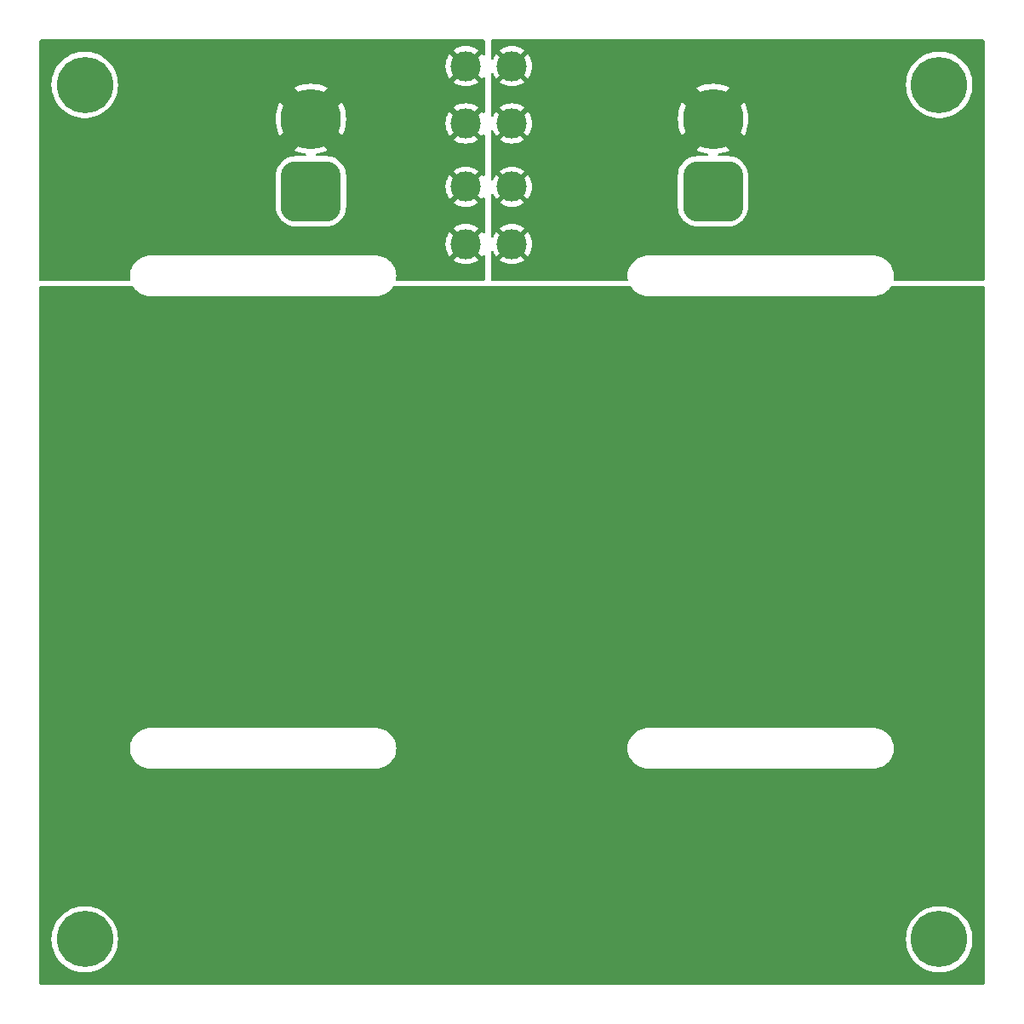
<source format=gtl>
%TF.GenerationSoftware,KiCad,Pcbnew,7.0.8*%
%TF.CreationDate,2024-01-29T21:48:56+01:00*%
%TF.ProjectId,cube-batteryboard,63756265-2d62-4617-9474-657279626f61,rev?*%
%TF.SameCoordinates,Original*%
%TF.FileFunction,Copper,L1,Top*%
%TF.FilePolarity,Positive*%
%FSLAX46Y46*%
G04 Gerber Fmt 4.6, Leading zero omitted, Abs format (unit mm)*
G04 Created by KiCad (PCBNEW 7.0.8) date 2024-01-29 21:48:56*
%MOMM*%
%LPD*%
G01*
G04 APERTURE LIST*
G04 Aperture macros list*
%AMRoundRect*
0 Rectangle with rounded corners*
0 $1 Rounding radius*
0 $2 $3 $4 $5 $6 $7 $8 $9 X,Y pos of 4 corners*
0 Add a 4 corners polygon primitive as box body*
4,1,4,$2,$3,$4,$5,$6,$7,$8,$9,$2,$3,0*
0 Add four circle primitives for the rounded corners*
1,1,$1+$1,$2,$3*
1,1,$1+$1,$4,$5*
1,1,$1+$1,$6,$7*
1,1,$1+$1,$8,$9*
0 Add four rect primitives between the rounded corners*
20,1,$1+$1,$2,$3,$4,$5,0*
20,1,$1+$1,$4,$5,$6,$7,0*
20,1,$1+$1,$6,$7,$8,$9,0*
20,1,$1+$1,$8,$9,$2,$3,0*%
G04 Aperture macros list end*
%TA.AperFunction,ComponentPad*%
%ADD10C,5.600000*%
%TD*%
%TA.AperFunction,ComponentPad*%
%ADD11RoundRect,1.500000X1.500000X-1.500000X1.500000X1.500000X-1.500000X1.500000X-1.500000X-1.500000X0*%
%TD*%
%TA.AperFunction,ComponentPad*%
%ADD12C,6.000000*%
%TD*%
%TA.AperFunction,ComponentPad*%
%ADD13C,3.000000*%
%TD*%
G04 APERTURE END LIST*
D10*
%TO.P,H2,1*%
%TO.N,N/C*%
X110000000Y-25000000D03*
%TD*%
%TO.P,H1,1*%
%TO.N,N/C*%
X25000000Y-25000000D03*
%TD*%
%TO.P,H3,1*%
%TO.N,N/C*%
X25000000Y-110000000D03*
%TD*%
%TO.P,H4,1*%
%TO.N,N/C*%
X110000000Y-110000000D03*
%TD*%
D11*
%TO.P,J2,1,Pin_1*%
%TO.N,unconnected-(J2-Pin_1-Pad1)*%
X47500000Y-35600000D03*
D12*
%TO.P,J2,2,Pin_2*%
%TO.N,/PWR_OUT*%
X47500000Y-28400000D03*
%TD*%
D13*
%TO.P,SW1,1,1*%
%TO.N,/PWR_OUT*%
X62900000Y-28850000D03*
%TO.P,SW1,2,2*%
%TO.N,/PWR_IN*%
X67500000Y-28850000D03*
%TO.P,SW1,3,3*%
%TO.N,/PWR_OUT*%
X62900000Y-23150000D03*
%TO.P,SW1,4,4*%
%TO.N,/PWR_IN*%
X67500000Y-23150000D03*
%TD*%
D11*
%TO.P,J1,1,Pin_1*%
%TO.N,GND*%
X87500000Y-35600000D03*
D12*
%TO.P,J1,2,Pin_2*%
%TO.N,/PWR_IN*%
X87500000Y-28400000D03*
%TD*%
D13*
%TO.P,SW2,1,1*%
%TO.N,/PWR_OUT*%
X62900000Y-40850000D03*
%TO.P,SW2,2,2*%
%TO.N,/PWR_IN*%
X67500000Y-40850000D03*
%TO.P,SW2,3,3*%
%TO.N,/PWR_OUT*%
X62900000Y-35150000D03*
%TO.P,SW2,4,4*%
%TO.N,/PWR_IN*%
X67500000Y-35150000D03*
%TD*%
%TA.AperFunction,Conductor*%
%TO.N,/PWR_IN*%
G36*
X114442539Y-20520185D02*
G01*
X114488294Y-20572989D01*
X114499500Y-20624500D01*
X114499500Y-44370500D01*
X114479815Y-44437539D01*
X114427011Y-44483294D01*
X114375500Y-44494500D01*
X105592895Y-44494500D01*
X105525856Y-44474815D01*
X105480101Y-44422011D01*
X105470157Y-44352853D01*
X105471489Y-44345272D01*
X105476458Y-44321356D01*
X105486499Y-44273038D01*
X105505175Y-44000000D01*
X105486499Y-43726962D01*
X105450658Y-43554485D01*
X105430821Y-43459020D01*
X105430816Y-43459004D01*
X105339170Y-43201139D01*
X105339171Y-43201139D01*
X105213259Y-42958141D01*
X105213255Y-42958135D01*
X105055439Y-42734560D01*
X104993170Y-42667887D01*
X104868638Y-42534546D01*
X104868636Y-42534545D01*
X104868634Y-42534542D01*
X104656341Y-42361829D01*
X104422509Y-42219633D01*
X104171493Y-42110602D01*
X103907970Y-42036766D01*
X103907966Y-42036765D01*
X103907965Y-42036765D01*
X103772401Y-42018132D01*
X103636839Y-41999500D01*
X103636838Y-41999500D01*
X103535799Y-41999500D01*
X81065892Y-41999500D01*
X81000000Y-41999500D01*
X80863162Y-41999500D01*
X80863161Y-41999500D01*
X80592035Y-42036765D01*
X80592029Y-42036766D01*
X80328506Y-42110602D01*
X80077490Y-42219633D01*
X79843658Y-42361829D01*
X79631365Y-42534542D01*
X79444560Y-42734560D01*
X79286744Y-42958135D01*
X79286740Y-42958141D01*
X79160829Y-43201139D01*
X79069183Y-43459004D01*
X79069178Y-43459020D01*
X79013501Y-43726959D01*
X79013500Y-43726961D01*
X78994825Y-44000000D01*
X79013500Y-44273038D01*
X79013501Y-44273040D01*
X79028511Y-44345272D01*
X79022878Y-44414914D01*
X78980488Y-44470455D01*
X78914799Y-44494261D01*
X78907105Y-44494500D01*
X65524000Y-44494500D01*
X65456961Y-44474815D01*
X65411206Y-44422011D01*
X65400000Y-44370500D01*
X65400000Y-41630014D01*
X65419685Y-41562975D01*
X65472489Y-41517220D01*
X65541647Y-41507276D01*
X65605203Y-41536301D01*
X65640182Y-41586681D01*
X65676089Y-41682953D01*
X65676091Y-41682957D01*
X65813191Y-41934038D01*
X65813196Y-41934046D01*
X65919882Y-42076561D01*
X65919883Y-42076562D01*
X66767258Y-41229187D01*
X66813130Y-41315710D01*
X66929302Y-41452478D01*
X67072160Y-41561076D01*
X67120234Y-41583317D01*
X66273436Y-42430115D01*
X66415960Y-42536807D01*
X66415961Y-42536808D01*
X66667042Y-42673908D01*
X66667041Y-42673908D01*
X66935104Y-42773890D01*
X67214637Y-42834699D01*
X67499999Y-42855109D01*
X67500001Y-42855109D01*
X67785362Y-42834699D01*
X68064895Y-42773890D01*
X68332958Y-42673908D01*
X68584047Y-42536803D01*
X68726561Y-42430116D01*
X68726562Y-42430115D01*
X67880393Y-41583945D01*
X68002213Y-41510650D01*
X68132492Y-41387243D01*
X68233196Y-41238716D01*
X68235781Y-41232228D01*
X69080115Y-42076562D01*
X69080116Y-42076561D01*
X69186803Y-41934047D01*
X69323908Y-41682958D01*
X69423890Y-41414895D01*
X69484699Y-41135362D01*
X69505109Y-40850001D01*
X69505109Y-40849998D01*
X69484699Y-40564637D01*
X69423890Y-40285104D01*
X69323908Y-40017041D01*
X69186808Y-39765961D01*
X69186807Y-39765960D01*
X69080115Y-39623436D01*
X68232740Y-40470811D01*
X68186870Y-40384290D01*
X68070698Y-40247522D01*
X67927840Y-40138924D01*
X67879764Y-40116681D01*
X68726562Y-39269883D01*
X68726561Y-39269882D01*
X68584046Y-39163196D01*
X68584038Y-39163191D01*
X68332957Y-39026091D01*
X68332958Y-39026091D01*
X68064895Y-38926109D01*
X67785362Y-38865300D01*
X67500001Y-38844891D01*
X67499999Y-38844891D01*
X67214637Y-38865300D01*
X66935104Y-38926109D01*
X66667041Y-39026091D01*
X66415961Y-39163191D01*
X66415953Y-39163196D01*
X66273437Y-39269882D01*
X66273436Y-39269883D01*
X67119607Y-40116053D01*
X66997787Y-40189350D01*
X66867508Y-40312757D01*
X66766804Y-40461284D01*
X66764218Y-40467771D01*
X65919883Y-39623436D01*
X65919882Y-39623437D01*
X65813196Y-39765953D01*
X65813191Y-39765961D01*
X65676091Y-40017042D01*
X65640182Y-40113319D01*
X65598310Y-40169252D01*
X65532846Y-40193669D01*
X65464573Y-40178817D01*
X65415168Y-40129412D01*
X65400000Y-40069985D01*
X65400000Y-35930014D01*
X65419685Y-35862975D01*
X65472489Y-35817220D01*
X65541647Y-35807276D01*
X65605203Y-35836301D01*
X65640182Y-35886681D01*
X65676089Y-35982953D01*
X65676091Y-35982957D01*
X65813191Y-36234038D01*
X65813196Y-36234046D01*
X65919882Y-36376561D01*
X65919883Y-36376562D01*
X66767258Y-35529187D01*
X66813130Y-35615710D01*
X66929302Y-35752478D01*
X67072160Y-35861076D01*
X67120234Y-35883317D01*
X66273436Y-36730115D01*
X66415960Y-36836807D01*
X66415961Y-36836808D01*
X66667042Y-36973908D01*
X66667041Y-36973908D01*
X66935104Y-37073890D01*
X67214637Y-37134699D01*
X67499999Y-37155109D01*
X67500001Y-37155109D01*
X67785362Y-37134699D01*
X68064895Y-37073890D01*
X68332958Y-36973908D01*
X68584047Y-36836803D01*
X68726561Y-36730116D01*
X68726562Y-36730115D01*
X67880393Y-35883945D01*
X68002213Y-35810650D01*
X68132492Y-35687243D01*
X68233196Y-35538716D01*
X68235781Y-35532228D01*
X69080115Y-36376562D01*
X69080116Y-36376561D01*
X69186803Y-36234047D01*
X69323908Y-35982958D01*
X69423890Y-35714895D01*
X69484699Y-35435362D01*
X69505109Y-35150001D01*
X69505109Y-35149998D01*
X69484699Y-34864637D01*
X69423890Y-34585104D01*
X69323908Y-34317041D01*
X69186808Y-34065961D01*
X69186807Y-34065960D01*
X69080115Y-33923436D01*
X68232740Y-34770811D01*
X68186870Y-34684290D01*
X68070698Y-34547522D01*
X67927840Y-34438924D01*
X67879764Y-34416681D01*
X68726562Y-33569883D01*
X68726561Y-33569882D01*
X68584046Y-33463196D01*
X68584038Y-33463191D01*
X68332957Y-33326091D01*
X68332958Y-33326091D01*
X68064895Y-33226109D01*
X67785362Y-33165300D01*
X67500001Y-33144891D01*
X67499999Y-33144891D01*
X67214637Y-33165300D01*
X66935104Y-33226109D01*
X66667041Y-33326091D01*
X66415961Y-33463191D01*
X66415953Y-33463196D01*
X66273437Y-33569882D01*
X66273436Y-33569883D01*
X67119607Y-34416053D01*
X66997787Y-34489350D01*
X66867508Y-34612757D01*
X66766804Y-34761284D01*
X66764218Y-34767771D01*
X65919883Y-33923436D01*
X65919882Y-33923437D01*
X65813196Y-34065953D01*
X65813191Y-34065961D01*
X65676091Y-34317042D01*
X65640182Y-34413319D01*
X65598310Y-34469252D01*
X65532846Y-34493669D01*
X65464573Y-34478817D01*
X65415168Y-34429412D01*
X65400000Y-34369985D01*
X65400000Y-29630014D01*
X65419685Y-29562975D01*
X65472489Y-29517220D01*
X65541647Y-29507276D01*
X65605203Y-29536301D01*
X65640182Y-29586681D01*
X65676089Y-29682953D01*
X65676091Y-29682957D01*
X65813191Y-29934038D01*
X65813196Y-29934046D01*
X65919882Y-30076561D01*
X65919883Y-30076562D01*
X66767258Y-29229187D01*
X66813130Y-29315710D01*
X66929302Y-29452478D01*
X67072160Y-29561076D01*
X67120234Y-29583317D01*
X66273436Y-30430115D01*
X66415960Y-30536807D01*
X66415961Y-30536808D01*
X66667042Y-30673908D01*
X66667041Y-30673908D01*
X66935104Y-30773890D01*
X67214637Y-30834699D01*
X67499999Y-30855109D01*
X67500001Y-30855109D01*
X67785362Y-30834699D01*
X68064895Y-30773890D01*
X68332958Y-30673908D01*
X68584047Y-30536803D01*
X68726561Y-30430116D01*
X68726562Y-30430115D01*
X67880393Y-29583945D01*
X68002213Y-29510650D01*
X68132492Y-29387243D01*
X68233196Y-29238716D01*
X68235781Y-29232228D01*
X69080115Y-30076562D01*
X69080116Y-30076561D01*
X69186803Y-29934047D01*
X69323908Y-29682958D01*
X69423890Y-29414895D01*
X69484699Y-29135362D01*
X69505109Y-28850001D01*
X69505109Y-28849998D01*
X69484699Y-28564637D01*
X69448884Y-28400000D01*
X83995197Y-28400000D01*
X84014397Y-28766353D01*
X84071784Y-29128684D01*
X84071784Y-29128686D01*
X84166736Y-29483051D01*
X84298204Y-29825535D01*
X84420409Y-30065375D01*
X85366079Y-29119705D01*
X85454477Y-29349223D01*
X85599248Y-29613395D01*
X85777937Y-29855914D01*
X85987356Y-30072452D01*
X86223769Y-30259145D01*
X86482956Y-30412662D01*
X86760292Y-30530263D01*
X86778863Y-30535350D01*
X85834623Y-31479589D01*
X86074464Y-31601795D01*
X86416948Y-31733263D01*
X86771314Y-31828215D01*
X86927969Y-31853027D01*
X86991103Y-31882956D01*
X87028035Y-31942267D01*
X87027037Y-32012130D01*
X86988427Y-32070363D01*
X86924464Y-32098477D01*
X86908571Y-32099500D01*
X85928552Y-32099500D01*
X85714566Y-32114804D01*
X85434962Y-32175628D01*
X85166833Y-32275635D01*
X84915690Y-32412770D01*
X84915682Y-32412775D01*
X84686612Y-32584254D01*
X84686594Y-32584270D01*
X84484270Y-32786594D01*
X84484254Y-32786612D01*
X84312775Y-33015682D01*
X84312770Y-33015690D01*
X84175635Y-33266833D01*
X84075628Y-33534962D01*
X84014804Y-33814566D01*
X83999500Y-34028552D01*
X83999500Y-37171448D01*
X84014804Y-37385433D01*
X84075628Y-37665037D01*
X84175635Y-37933166D01*
X84312770Y-38184309D01*
X84312775Y-38184317D01*
X84484254Y-38413387D01*
X84484270Y-38413405D01*
X84686594Y-38615729D01*
X84686612Y-38615745D01*
X84915682Y-38787224D01*
X84915690Y-38787229D01*
X85166833Y-38924364D01*
X85166832Y-38924364D01*
X85166836Y-38924365D01*
X85166839Y-38924367D01*
X85434954Y-39024369D01*
X85434960Y-39024370D01*
X85434962Y-39024371D01*
X85714566Y-39085195D01*
X85714568Y-39085195D01*
X85714572Y-39085196D01*
X85928552Y-39100500D01*
X89071448Y-39100500D01*
X89285428Y-39085196D01*
X89565046Y-39024369D01*
X89833161Y-38924367D01*
X90084315Y-38787226D01*
X90313395Y-38615739D01*
X90515739Y-38413395D01*
X90687226Y-38184315D01*
X90824367Y-37933161D01*
X90924369Y-37665046D01*
X90985196Y-37385428D01*
X91000500Y-37171448D01*
X91000500Y-34028552D01*
X90985196Y-33814572D01*
X90931967Y-33569883D01*
X90924371Y-33534962D01*
X90924370Y-33534960D01*
X90924369Y-33534954D01*
X90824367Y-33266839D01*
X90768922Y-33165300D01*
X90687229Y-33015690D01*
X90687224Y-33015682D01*
X90515745Y-32786612D01*
X90515729Y-32786594D01*
X90313405Y-32584270D01*
X90313387Y-32584254D01*
X90084317Y-32412775D01*
X90084309Y-32412770D01*
X89833166Y-32275635D01*
X89833167Y-32275635D01*
X89725915Y-32235632D01*
X89565046Y-32175631D01*
X89565043Y-32175630D01*
X89565037Y-32175628D01*
X89285433Y-32114804D01*
X89071448Y-32099500D01*
X88091429Y-32099500D01*
X88024390Y-32079815D01*
X87978635Y-32027011D01*
X87968691Y-31957853D01*
X87997716Y-31894297D01*
X88056494Y-31856523D01*
X88072031Y-31853027D01*
X88228684Y-31828215D01*
X88228686Y-31828215D01*
X88583051Y-31733263D01*
X88925535Y-31601795D01*
X89165375Y-31479589D01*
X88218190Y-30532404D01*
X88380342Y-30476099D01*
X88649204Y-30340237D01*
X88897558Y-30169751D01*
X89120973Y-29967684D01*
X89315462Y-29737642D01*
X89477554Y-29483729D01*
X89604356Y-29210477D01*
X89632846Y-29118632D01*
X90579589Y-30065375D01*
X90701795Y-29825535D01*
X90833263Y-29483051D01*
X90928215Y-29128686D01*
X90928215Y-29128684D01*
X90985602Y-28766353D01*
X91004803Y-28400000D01*
X91004803Y-28399999D01*
X90985602Y-28033646D01*
X90928215Y-27671315D01*
X90928215Y-27671313D01*
X90833263Y-27316948D01*
X90701795Y-26974464D01*
X90579588Y-26734623D01*
X89633919Y-27680292D01*
X89545523Y-27450777D01*
X89400752Y-27186605D01*
X89222063Y-26944086D01*
X89012644Y-26727548D01*
X88776231Y-26540855D01*
X88517044Y-26387338D01*
X88239708Y-26269737D01*
X88221136Y-26264649D01*
X89165375Y-25320409D01*
X88925535Y-25198204D01*
X88583051Y-25066736D01*
X88333996Y-25000002D01*
X106694652Y-25000002D01*
X106714028Y-25357368D01*
X106714029Y-25357385D01*
X106771926Y-25710539D01*
X106771932Y-25710565D01*
X106867672Y-26055392D01*
X106867674Y-26055399D01*
X107000142Y-26387870D01*
X107000151Y-26387888D01*
X107167784Y-26704077D01*
X107167787Y-26704082D01*
X107167789Y-26704085D01*
X107351110Y-26974464D01*
X107368634Y-27000309D01*
X107368641Y-27000319D01*
X107526874Y-27186605D01*
X107600332Y-27273086D01*
X107860163Y-27519211D01*
X108145081Y-27735800D01*
X108451747Y-27920315D01*
X108451749Y-27920316D01*
X108451751Y-27920317D01*
X108451755Y-27920319D01*
X108761402Y-28063576D01*
X108776565Y-28070591D01*
X109115726Y-28184868D01*
X109465254Y-28261805D01*
X109821052Y-28300500D01*
X109821058Y-28300500D01*
X110178942Y-28300500D01*
X110178948Y-28300500D01*
X110534746Y-28261805D01*
X110884274Y-28184868D01*
X111223435Y-28070591D01*
X111548253Y-27920315D01*
X111854919Y-27735800D01*
X112139837Y-27519211D01*
X112399668Y-27273086D01*
X112631365Y-27000311D01*
X112832211Y-26704085D01*
X112999853Y-26387880D01*
X113132324Y-26055403D01*
X113228071Y-25710552D01*
X113285972Y-25357371D01*
X113305348Y-25000000D01*
X113285972Y-24642629D01*
X113242352Y-24376561D01*
X113228073Y-24289460D01*
X113228072Y-24289459D01*
X113228071Y-24289448D01*
X113142975Y-23982957D01*
X113132327Y-23944607D01*
X113132325Y-23944600D01*
X113129067Y-23936424D01*
X113055777Y-23752478D01*
X112999857Y-23612129D01*
X112999848Y-23612111D01*
X112832215Y-23295922D01*
X112832213Y-23295919D01*
X112832211Y-23295915D01*
X112631365Y-22999689D01*
X112631361Y-22999684D01*
X112631358Y-22999680D01*
X112399668Y-22726914D01*
X112354670Y-22684290D01*
X112139837Y-22480789D01*
X112139830Y-22480783D01*
X112139827Y-22480781D01*
X112029397Y-22396835D01*
X111854919Y-22264200D01*
X111548253Y-22079685D01*
X111548252Y-22079684D01*
X111548248Y-22079682D01*
X111548244Y-22079680D01*
X111223447Y-21929414D01*
X111223441Y-21929411D01*
X111223435Y-21929409D01*
X111053854Y-21872270D01*
X110884273Y-21815131D01*
X110534744Y-21738194D01*
X110178949Y-21699500D01*
X110178948Y-21699500D01*
X109821052Y-21699500D01*
X109821050Y-21699500D01*
X109465255Y-21738194D01*
X109115726Y-21815131D01*
X108859970Y-21901306D01*
X108776565Y-21929409D01*
X108776563Y-21929410D01*
X108776552Y-21929414D01*
X108451755Y-22079680D01*
X108451751Y-22079682D01*
X108223367Y-22217096D01*
X108145081Y-22264200D01*
X108075570Y-22317041D01*
X107860172Y-22480781D01*
X107860163Y-22480789D01*
X107600331Y-22726914D01*
X107368641Y-22999680D01*
X107368634Y-22999690D01*
X107167790Y-23295913D01*
X107167784Y-23295922D01*
X107000151Y-23612111D01*
X107000142Y-23612129D01*
X106867674Y-23944600D01*
X106867672Y-23944607D01*
X106771932Y-24289434D01*
X106771926Y-24289460D01*
X106714029Y-24642614D01*
X106714028Y-24642631D01*
X106694652Y-24999997D01*
X106694652Y-25000002D01*
X88333996Y-25000002D01*
X88228685Y-24971784D01*
X87866353Y-24914397D01*
X87500001Y-24895197D01*
X87499999Y-24895197D01*
X87133646Y-24914397D01*
X86771315Y-24971784D01*
X86771313Y-24971784D01*
X86416948Y-25066736D01*
X86074464Y-25198204D01*
X85834624Y-25320410D01*
X86781809Y-26267595D01*
X86619658Y-26323901D01*
X86350796Y-26459763D01*
X86102442Y-26630249D01*
X85879027Y-26832316D01*
X85684538Y-27062358D01*
X85522446Y-27316271D01*
X85395644Y-27589523D01*
X85367153Y-27681367D01*
X84420410Y-26734624D01*
X84298204Y-26974464D01*
X84166736Y-27316948D01*
X84071784Y-27671313D01*
X84071784Y-27671315D01*
X84014397Y-28033646D01*
X83995197Y-28399999D01*
X83995197Y-28400000D01*
X69448884Y-28400000D01*
X69423890Y-28285104D01*
X69323908Y-28017041D01*
X69186808Y-27765961D01*
X69186807Y-27765960D01*
X69080115Y-27623436D01*
X68232740Y-28470811D01*
X68186870Y-28384290D01*
X68070698Y-28247522D01*
X67927840Y-28138924D01*
X67879764Y-28116681D01*
X68726562Y-27269883D01*
X68726561Y-27269882D01*
X68584046Y-27163196D01*
X68584038Y-27163191D01*
X68332957Y-27026091D01*
X68332958Y-27026091D01*
X68064895Y-26926109D01*
X67785362Y-26865300D01*
X67500001Y-26844891D01*
X67499999Y-26844891D01*
X67214637Y-26865300D01*
X66935104Y-26926109D01*
X66667041Y-27026091D01*
X66415961Y-27163191D01*
X66415953Y-27163196D01*
X66273437Y-27269882D01*
X66273436Y-27269883D01*
X67119607Y-28116053D01*
X66997787Y-28189350D01*
X66867508Y-28312757D01*
X66766804Y-28461284D01*
X66764218Y-28467771D01*
X65919883Y-27623436D01*
X65919882Y-27623437D01*
X65813196Y-27765953D01*
X65813191Y-27765961D01*
X65676091Y-28017042D01*
X65640182Y-28113319D01*
X65598310Y-28169252D01*
X65532846Y-28193669D01*
X65464573Y-28178817D01*
X65415168Y-28129412D01*
X65400000Y-28069985D01*
X65400000Y-23930014D01*
X65419685Y-23862975D01*
X65472489Y-23817220D01*
X65541647Y-23807276D01*
X65605203Y-23836301D01*
X65640182Y-23886681D01*
X65676089Y-23982953D01*
X65676091Y-23982957D01*
X65813191Y-24234038D01*
X65813196Y-24234046D01*
X65919882Y-24376561D01*
X65919883Y-24376562D01*
X66767258Y-23529187D01*
X66813130Y-23615710D01*
X66929302Y-23752478D01*
X67072160Y-23861076D01*
X67120234Y-23883317D01*
X66273436Y-24730115D01*
X66415960Y-24836807D01*
X66415961Y-24836808D01*
X66667042Y-24973908D01*
X66667041Y-24973908D01*
X66935104Y-25073890D01*
X67214637Y-25134699D01*
X67499999Y-25155109D01*
X67500001Y-25155109D01*
X67785362Y-25134699D01*
X68064895Y-25073890D01*
X68332958Y-24973908D01*
X68584047Y-24836803D01*
X68726561Y-24730116D01*
X68726562Y-24730115D01*
X67880393Y-23883945D01*
X68002213Y-23810650D01*
X68132492Y-23687243D01*
X68233196Y-23538716D01*
X68235781Y-23532228D01*
X69080115Y-24376562D01*
X69080116Y-24376561D01*
X69186803Y-24234047D01*
X69323908Y-23982958D01*
X69423890Y-23714895D01*
X69484699Y-23435362D01*
X69505109Y-23150001D01*
X69505109Y-23149998D01*
X69484699Y-22864637D01*
X69423890Y-22585104D01*
X69323908Y-22317041D01*
X69186808Y-22065961D01*
X69186807Y-22065960D01*
X69080115Y-21923436D01*
X68232740Y-22770811D01*
X68186870Y-22684290D01*
X68070698Y-22547522D01*
X67927840Y-22438924D01*
X67879764Y-22416681D01*
X68726562Y-21569883D01*
X68726561Y-21569882D01*
X68584046Y-21463196D01*
X68584038Y-21463191D01*
X68332957Y-21326091D01*
X68332958Y-21326091D01*
X68064895Y-21226109D01*
X67785362Y-21165300D01*
X67500001Y-21144891D01*
X67499999Y-21144891D01*
X67214637Y-21165300D01*
X66935104Y-21226109D01*
X66667041Y-21326091D01*
X66415961Y-21463191D01*
X66415953Y-21463196D01*
X66273437Y-21569882D01*
X66273436Y-21569883D01*
X67119607Y-22416053D01*
X66997787Y-22489350D01*
X66867508Y-22612757D01*
X66766804Y-22761284D01*
X66764218Y-22767771D01*
X65919883Y-21923436D01*
X65919882Y-21923437D01*
X65813196Y-22065953D01*
X65813191Y-22065961D01*
X65676091Y-22317042D01*
X65640182Y-22413319D01*
X65598310Y-22469252D01*
X65532846Y-22493669D01*
X65464573Y-22478817D01*
X65415168Y-22429412D01*
X65400000Y-22369985D01*
X65400000Y-20624500D01*
X65419685Y-20557461D01*
X65472489Y-20511706D01*
X65524000Y-20500500D01*
X114375500Y-20500500D01*
X114442539Y-20520185D01*
G37*
%TD.AperFunction*%
%TD*%
%TA.AperFunction,NonConductor*%
G36*
X29759981Y-45019685D02*
G01*
X29794246Y-45052492D01*
X29944560Y-45265439D01*
X30131365Y-45465457D01*
X30250102Y-45562056D01*
X30343655Y-45638168D01*
X30343657Y-45638169D01*
X30343658Y-45638170D01*
X30577490Y-45780366D01*
X30781222Y-45868858D01*
X30828508Y-45889398D01*
X31092035Y-45963235D01*
X31330399Y-45995996D01*
X31363161Y-46000500D01*
X31363162Y-46000500D01*
X54136839Y-46000500D01*
X54166068Y-45996482D01*
X54407965Y-45963235D01*
X54671492Y-45889398D01*
X54922511Y-45780365D01*
X55156345Y-45638168D01*
X55368638Y-45465454D01*
X55555437Y-45265442D01*
X55571581Y-45242570D01*
X55705754Y-45052492D01*
X55760496Y-45009074D01*
X55807058Y-45000000D01*
X79192942Y-45000000D01*
X79259981Y-45019685D01*
X79294246Y-45052492D01*
X79444560Y-45265439D01*
X79631365Y-45465457D01*
X79750102Y-45562056D01*
X79843655Y-45638168D01*
X79843657Y-45638169D01*
X79843658Y-45638170D01*
X80077490Y-45780366D01*
X80281222Y-45868858D01*
X80328508Y-45889398D01*
X80592035Y-45963235D01*
X80830399Y-45995996D01*
X80863161Y-46000500D01*
X80863162Y-46000500D01*
X103636839Y-46000500D01*
X103666068Y-45996482D01*
X103907965Y-45963235D01*
X104171492Y-45889398D01*
X104422511Y-45780365D01*
X104656345Y-45638168D01*
X104868638Y-45465454D01*
X105055437Y-45265442D01*
X105071581Y-45242570D01*
X105205754Y-45052492D01*
X105260496Y-45009074D01*
X105307058Y-45000000D01*
X114375500Y-45000000D01*
X114442539Y-45019685D01*
X114488294Y-45072489D01*
X114499500Y-45124000D01*
X114499500Y-114375500D01*
X114479815Y-114442539D01*
X114427011Y-114488294D01*
X114375500Y-114499500D01*
X20624500Y-114499500D01*
X20557461Y-114479815D01*
X20511706Y-114427011D01*
X20500500Y-114375500D01*
X20500500Y-110000002D01*
X21694652Y-110000002D01*
X21714028Y-110357368D01*
X21714029Y-110357385D01*
X21771926Y-110710539D01*
X21771932Y-110710565D01*
X21867672Y-111055392D01*
X21867674Y-111055399D01*
X22000142Y-111387870D01*
X22000151Y-111387888D01*
X22167784Y-111704077D01*
X22167790Y-111704086D01*
X22368634Y-112000309D01*
X22368641Y-112000319D01*
X22600331Y-112273085D01*
X22600332Y-112273086D01*
X22860163Y-112519211D01*
X23145081Y-112735800D01*
X23451747Y-112920315D01*
X23451749Y-112920316D01*
X23451751Y-112920317D01*
X23451755Y-112920319D01*
X23776552Y-113070585D01*
X23776565Y-113070591D01*
X24115726Y-113184868D01*
X24465254Y-113261805D01*
X24821052Y-113300500D01*
X24821058Y-113300500D01*
X25178942Y-113300500D01*
X25178948Y-113300500D01*
X25534746Y-113261805D01*
X25884274Y-113184868D01*
X26223435Y-113070591D01*
X26548253Y-112920315D01*
X26854919Y-112735800D01*
X27139837Y-112519211D01*
X27399668Y-112273086D01*
X27631365Y-112000311D01*
X27832211Y-111704085D01*
X27999853Y-111387880D01*
X28132324Y-111055403D01*
X28228071Y-110710552D01*
X28285972Y-110357371D01*
X28305348Y-110000002D01*
X106694652Y-110000002D01*
X106714028Y-110357368D01*
X106714029Y-110357385D01*
X106771926Y-110710539D01*
X106771932Y-110710565D01*
X106867672Y-111055392D01*
X106867674Y-111055399D01*
X107000142Y-111387870D01*
X107000151Y-111387888D01*
X107167784Y-111704077D01*
X107167790Y-111704086D01*
X107368634Y-112000309D01*
X107368641Y-112000319D01*
X107600331Y-112273085D01*
X107600332Y-112273086D01*
X107860163Y-112519211D01*
X108145081Y-112735800D01*
X108451747Y-112920315D01*
X108451749Y-112920316D01*
X108451751Y-112920317D01*
X108451755Y-112920319D01*
X108776552Y-113070585D01*
X108776565Y-113070591D01*
X109115726Y-113184868D01*
X109465254Y-113261805D01*
X109821052Y-113300500D01*
X109821058Y-113300500D01*
X110178942Y-113300500D01*
X110178948Y-113300500D01*
X110534746Y-113261805D01*
X110884274Y-113184868D01*
X111223435Y-113070591D01*
X111548253Y-112920315D01*
X111854919Y-112735800D01*
X112139837Y-112519211D01*
X112399668Y-112273086D01*
X112631365Y-112000311D01*
X112832211Y-111704085D01*
X112999853Y-111387880D01*
X113132324Y-111055403D01*
X113228071Y-110710552D01*
X113285972Y-110357371D01*
X113305348Y-110000000D01*
X113285972Y-109642629D01*
X113228071Y-109289448D01*
X113132324Y-108944597D01*
X112999853Y-108612120D01*
X112832211Y-108295915D01*
X112631365Y-107999689D01*
X112631361Y-107999684D01*
X112631358Y-107999680D01*
X112399668Y-107726914D01*
X112139837Y-107480789D01*
X112139830Y-107480783D01*
X112139827Y-107480781D01*
X112072245Y-107429407D01*
X111854919Y-107264200D01*
X111548253Y-107079685D01*
X111548252Y-107079684D01*
X111548248Y-107079682D01*
X111548244Y-107079680D01*
X111223447Y-106929414D01*
X111223441Y-106929411D01*
X111223435Y-106929409D01*
X111053854Y-106872270D01*
X110884273Y-106815131D01*
X110534744Y-106738194D01*
X110178949Y-106699500D01*
X110178948Y-106699500D01*
X109821052Y-106699500D01*
X109821050Y-106699500D01*
X109465255Y-106738194D01*
X109115726Y-106815131D01*
X108859970Y-106901306D01*
X108776565Y-106929409D01*
X108776563Y-106929410D01*
X108776552Y-106929414D01*
X108451755Y-107079680D01*
X108451751Y-107079682D01*
X108223367Y-107217096D01*
X108145081Y-107264200D01*
X108056768Y-107331333D01*
X107860172Y-107480781D01*
X107860163Y-107480789D01*
X107600331Y-107726914D01*
X107368641Y-107999680D01*
X107368634Y-107999690D01*
X107167790Y-108295913D01*
X107167784Y-108295922D01*
X107000151Y-108612111D01*
X107000142Y-108612129D01*
X106867674Y-108944600D01*
X106867672Y-108944607D01*
X106771932Y-109289434D01*
X106771926Y-109289460D01*
X106714029Y-109642614D01*
X106714028Y-109642631D01*
X106694652Y-109999997D01*
X106694652Y-110000002D01*
X28305348Y-110000002D01*
X28305348Y-110000000D01*
X28285972Y-109642629D01*
X28228071Y-109289448D01*
X28132324Y-108944597D01*
X27999853Y-108612120D01*
X27832211Y-108295915D01*
X27631365Y-107999689D01*
X27631361Y-107999684D01*
X27631358Y-107999680D01*
X27399668Y-107726914D01*
X27139837Y-107480789D01*
X27139830Y-107480783D01*
X27139827Y-107480781D01*
X27072245Y-107429407D01*
X26854919Y-107264200D01*
X26548253Y-107079685D01*
X26548252Y-107079684D01*
X26548248Y-107079682D01*
X26548244Y-107079680D01*
X26223447Y-106929414D01*
X26223441Y-106929411D01*
X26223435Y-106929409D01*
X26053854Y-106872270D01*
X25884273Y-106815131D01*
X25534744Y-106738194D01*
X25178949Y-106699500D01*
X25178948Y-106699500D01*
X24821052Y-106699500D01*
X24821050Y-106699500D01*
X24465255Y-106738194D01*
X24115726Y-106815131D01*
X23859970Y-106901306D01*
X23776565Y-106929409D01*
X23776563Y-106929410D01*
X23776552Y-106929414D01*
X23451755Y-107079680D01*
X23451751Y-107079682D01*
X23223367Y-107217096D01*
X23145081Y-107264200D01*
X23056768Y-107331333D01*
X22860172Y-107480781D01*
X22860163Y-107480789D01*
X22600331Y-107726914D01*
X22368641Y-107999680D01*
X22368634Y-107999690D01*
X22167790Y-108295913D01*
X22167784Y-108295922D01*
X22000151Y-108612111D01*
X22000142Y-108612129D01*
X21867674Y-108944600D01*
X21867672Y-108944607D01*
X21771932Y-109289434D01*
X21771926Y-109289460D01*
X21714029Y-109642614D01*
X21714028Y-109642631D01*
X21694652Y-109999997D01*
X21694652Y-110000002D01*
X20500500Y-110000002D01*
X20500500Y-91000000D01*
X29494825Y-91000000D01*
X29513500Y-91273038D01*
X29513501Y-91273040D01*
X29569178Y-91540979D01*
X29569183Y-91540995D01*
X29660829Y-91798860D01*
X29660828Y-91798860D01*
X29786740Y-92041858D01*
X29786744Y-92041864D01*
X29944560Y-92265439D01*
X30131365Y-92465457D01*
X30250102Y-92562056D01*
X30343655Y-92638168D01*
X30343657Y-92638169D01*
X30343658Y-92638170D01*
X30577490Y-92780366D01*
X30781222Y-92868858D01*
X30828508Y-92889398D01*
X31092035Y-92963235D01*
X31330399Y-92995996D01*
X31363161Y-93000500D01*
X31363162Y-93000500D01*
X54136839Y-93000500D01*
X54166068Y-92996482D01*
X54407965Y-92963235D01*
X54671492Y-92889398D01*
X54922511Y-92780365D01*
X55156345Y-92638168D01*
X55368638Y-92465454D01*
X55555437Y-92265442D01*
X55713260Y-92041857D01*
X55839169Y-91798864D01*
X55930818Y-91540990D01*
X55930818Y-91540985D01*
X55930821Y-91540979D01*
X55961441Y-91393620D01*
X55986499Y-91273038D01*
X56005175Y-91000000D01*
X78994825Y-91000000D01*
X79013500Y-91273038D01*
X79013501Y-91273040D01*
X79069178Y-91540979D01*
X79069183Y-91540995D01*
X79160829Y-91798860D01*
X79160828Y-91798860D01*
X79286740Y-92041858D01*
X79286744Y-92041864D01*
X79444560Y-92265439D01*
X79631365Y-92465457D01*
X79750102Y-92562056D01*
X79843655Y-92638168D01*
X79843657Y-92638169D01*
X79843658Y-92638170D01*
X80077490Y-92780366D01*
X80281222Y-92868858D01*
X80328508Y-92889398D01*
X80592035Y-92963235D01*
X80830399Y-92995996D01*
X80863161Y-93000500D01*
X80863162Y-93000500D01*
X103636839Y-93000500D01*
X103666068Y-92996482D01*
X103907965Y-92963235D01*
X104171492Y-92889398D01*
X104422511Y-92780365D01*
X104656345Y-92638168D01*
X104868638Y-92465454D01*
X105055437Y-92265442D01*
X105213260Y-92041857D01*
X105339169Y-91798864D01*
X105430818Y-91540990D01*
X105430818Y-91540985D01*
X105430821Y-91540979D01*
X105461441Y-91393620D01*
X105486499Y-91273038D01*
X105505175Y-91000000D01*
X105486499Y-90726962D01*
X105450658Y-90554485D01*
X105430821Y-90459020D01*
X105430816Y-90459004D01*
X105339170Y-90201139D01*
X105339171Y-90201139D01*
X105213259Y-89958141D01*
X105213255Y-89958135D01*
X105055439Y-89734560D01*
X104868634Y-89534542D01*
X104656341Y-89361829D01*
X104422509Y-89219633D01*
X104171493Y-89110602D01*
X103907970Y-89036766D01*
X103907966Y-89036765D01*
X103907965Y-89036765D01*
X103772401Y-89018132D01*
X103636839Y-88999500D01*
X103636838Y-88999500D01*
X103535799Y-88999500D01*
X81065892Y-88999500D01*
X81000000Y-88999500D01*
X80863162Y-88999500D01*
X80863161Y-88999500D01*
X80592035Y-89036765D01*
X80592029Y-89036766D01*
X80328506Y-89110602D01*
X80077490Y-89219633D01*
X79843658Y-89361829D01*
X79631365Y-89534542D01*
X79444560Y-89734560D01*
X79286744Y-89958135D01*
X79286740Y-89958141D01*
X79160829Y-90201139D01*
X79069183Y-90459004D01*
X79069178Y-90459020D01*
X79013501Y-90726959D01*
X79013500Y-90726961D01*
X78994825Y-91000000D01*
X56005175Y-91000000D01*
X55986499Y-90726962D01*
X55950658Y-90554485D01*
X55930821Y-90459020D01*
X55930816Y-90459004D01*
X55839170Y-90201139D01*
X55839171Y-90201139D01*
X55713259Y-89958141D01*
X55713255Y-89958135D01*
X55555439Y-89734560D01*
X55368634Y-89534542D01*
X55156341Y-89361829D01*
X54922509Y-89219633D01*
X54671493Y-89110602D01*
X54407970Y-89036766D01*
X54407966Y-89036765D01*
X54407965Y-89036765D01*
X54272401Y-89018132D01*
X54136839Y-88999500D01*
X54136838Y-88999500D01*
X54035799Y-88999500D01*
X31565892Y-88999500D01*
X31500000Y-88999500D01*
X31363162Y-88999500D01*
X31363161Y-88999500D01*
X31092035Y-89036765D01*
X31092029Y-89036766D01*
X30828506Y-89110602D01*
X30577490Y-89219633D01*
X30343658Y-89361829D01*
X30131365Y-89534542D01*
X29944560Y-89734560D01*
X29786744Y-89958135D01*
X29786740Y-89958141D01*
X29660829Y-90201139D01*
X29569183Y-90459004D01*
X29569178Y-90459020D01*
X29513501Y-90726959D01*
X29513500Y-90726961D01*
X29494825Y-91000000D01*
X20500500Y-91000000D01*
X20500500Y-45124000D01*
X20520185Y-45056961D01*
X20572989Y-45011206D01*
X20624500Y-45000000D01*
X29692942Y-45000000D01*
X29759981Y-45019685D01*
G37*
%TD.AperFunction*%
%TA.AperFunction,Conductor*%
%TO.N,/PWR_OUT*%
G36*
X64743039Y-20520185D02*
G01*
X64788794Y-20572989D01*
X64800000Y-20624500D01*
X64800000Y-21978191D01*
X64780315Y-22045230D01*
X64727511Y-22090985D01*
X64658353Y-22100929D01*
X64594797Y-22071904D01*
X64576733Y-22052502D01*
X64480115Y-21923436D01*
X63632740Y-22770811D01*
X63586870Y-22684290D01*
X63470698Y-22547522D01*
X63327840Y-22438924D01*
X63279764Y-22416681D01*
X64126562Y-21569883D01*
X64126561Y-21569882D01*
X63984046Y-21463196D01*
X63984038Y-21463191D01*
X63732957Y-21326091D01*
X63732958Y-21326091D01*
X63464895Y-21226109D01*
X63185362Y-21165300D01*
X62900001Y-21144891D01*
X62899999Y-21144891D01*
X62614637Y-21165300D01*
X62335104Y-21226109D01*
X62067041Y-21326091D01*
X61815961Y-21463191D01*
X61815953Y-21463196D01*
X61673437Y-21569882D01*
X61673436Y-21569883D01*
X62519607Y-22416053D01*
X62397787Y-22489350D01*
X62267508Y-22612757D01*
X62166804Y-22761284D01*
X62164218Y-22767771D01*
X61319883Y-21923436D01*
X61319882Y-21923437D01*
X61213196Y-22065953D01*
X61213191Y-22065961D01*
X61076091Y-22317041D01*
X60976109Y-22585104D01*
X60915300Y-22864637D01*
X60894891Y-23149998D01*
X60894891Y-23150001D01*
X60915300Y-23435362D01*
X60976109Y-23714895D01*
X61076091Y-23982958D01*
X61213191Y-24234038D01*
X61213196Y-24234046D01*
X61319882Y-24376561D01*
X61319883Y-24376562D01*
X62167258Y-23529187D01*
X62213130Y-23615710D01*
X62329302Y-23752478D01*
X62472160Y-23861076D01*
X62520234Y-23883317D01*
X61673436Y-24730115D01*
X61815960Y-24836807D01*
X61815961Y-24836808D01*
X62067042Y-24973908D01*
X62067041Y-24973908D01*
X62335104Y-25073890D01*
X62614637Y-25134699D01*
X62899999Y-25155109D01*
X62900001Y-25155109D01*
X63185362Y-25134699D01*
X63464895Y-25073890D01*
X63732958Y-24973908D01*
X63984047Y-24836803D01*
X64126561Y-24730116D01*
X64126562Y-24730115D01*
X63280393Y-23883945D01*
X63402213Y-23810650D01*
X63532492Y-23687243D01*
X63633196Y-23538716D01*
X63635781Y-23532228D01*
X64480115Y-24376562D01*
X64576733Y-24247498D01*
X64632667Y-24205627D01*
X64702359Y-24200643D01*
X64763682Y-24234128D01*
X64797166Y-24295452D01*
X64800000Y-24321809D01*
X64800000Y-27678191D01*
X64780315Y-27745230D01*
X64727511Y-27790985D01*
X64658353Y-27800929D01*
X64594797Y-27771904D01*
X64576733Y-27752502D01*
X64480115Y-27623436D01*
X63632740Y-28470811D01*
X63586870Y-28384290D01*
X63470698Y-28247522D01*
X63327840Y-28138924D01*
X63279764Y-28116681D01*
X64126562Y-27269883D01*
X64126561Y-27269882D01*
X63984046Y-27163196D01*
X63984038Y-27163191D01*
X63732957Y-27026091D01*
X63732958Y-27026091D01*
X63464895Y-26926109D01*
X63185362Y-26865300D01*
X62900001Y-26844891D01*
X62899999Y-26844891D01*
X62614637Y-26865300D01*
X62335104Y-26926109D01*
X62067041Y-27026091D01*
X61815961Y-27163191D01*
X61815953Y-27163196D01*
X61673437Y-27269882D01*
X61673436Y-27269883D01*
X62519607Y-28116053D01*
X62397787Y-28189350D01*
X62267508Y-28312757D01*
X62166804Y-28461284D01*
X62164218Y-28467771D01*
X61319883Y-27623436D01*
X61319882Y-27623437D01*
X61213196Y-27765953D01*
X61213191Y-27765961D01*
X61076091Y-28017041D01*
X60976109Y-28285104D01*
X60915300Y-28564637D01*
X60894891Y-28849998D01*
X60894891Y-28850001D01*
X60915300Y-29135362D01*
X60976109Y-29414895D01*
X61076091Y-29682958D01*
X61213191Y-29934038D01*
X61213196Y-29934046D01*
X61319882Y-30076561D01*
X61319883Y-30076562D01*
X62167258Y-29229187D01*
X62213130Y-29315710D01*
X62329302Y-29452478D01*
X62472160Y-29561076D01*
X62520234Y-29583317D01*
X61673436Y-30430115D01*
X61815960Y-30536807D01*
X61815961Y-30536808D01*
X62067042Y-30673908D01*
X62067041Y-30673908D01*
X62335104Y-30773890D01*
X62614637Y-30834699D01*
X62899999Y-30855109D01*
X62900001Y-30855109D01*
X63185362Y-30834699D01*
X63464895Y-30773890D01*
X63732958Y-30673908D01*
X63984047Y-30536803D01*
X64126561Y-30430116D01*
X64126562Y-30430115D01*
X63280393Y-29583945D01*
X63402213Y-29510650D01*
X63532492Y-29387243D01*
X63633196Y-29238716D01*
X63635781Y-29232228D01*
X64480115Y-30076562D01*
X64576733Y-29947498D01*
X64632667Y-29905627D01*
X64702359Y-29900643D01*
X64763682Y-29934128D01*
X64797166Y-29995452D01*
X64800000Y-30021809D01*
X64800000Y-33978191D01*
X64780315Y-34045230D01*
X64727511Y-34090985D01*
X64658353Y-34100929D01*
X64594797Y-34071904D01*
X64576733Y-34052502D01*
X64480115Y-33923436D01*
X63632740Y-34770811D01*
X63586870Y-34684290D01*
X63470698Y-34547522D01*
X63327840Y-34438924D01*
X63279764Y-34416681D01*
X64126562Y-33569883D01*
X64126561Y-33569882D01*
X63984046Y-33463196D01*
X63984038Y-33463191D01*
X63732957Y-33326091D01*
X63732958Y-33326091D01*
X63464895Y-33226109D01*
X63185362Y-33165300D01*
X62900001Y-33144891D01*
X62899999Y-33144891D01*
X62614637Y-33165300D01*
X62335104Y-33226109D01*
X62067041Y-33326091D01*
X61815961Y-33463191D01*
X61815953Y-33463196D01*
X61673437Y-33569882D01*
X61673436Y-33569883D01*
X62519607Y-34416053D01*
X62397787Y-34489350D01*
X62267508Y-34612757D01*
X62166804Y-34761284D01*
X62164218Y-34767771D01*
X61319883Y-33923436D01*
X61319882Y-33923437D01*
X61213196Y-34065953D01*
X61213191Y-34065961D01*
X61076091Y-34317041D01*
X60976109Y-34585104D01*
X60915300Y-34864637D01*
X60894891Y-35149998D01*
X60894891Y-35150001D01*
X60915300Y-35435362D01*
X60976109Y-35714895D01*
X61076091Y-35982958D01*
X61213191Y-36234038D01*
X61213196Y-36234046D01*
X61319882Y-36376561D01*
X61319883Y-36376562D01*
X62167258Y-35529187D01*
X62213130Y-35615710D01*
X62329302Y-35752478D01*
X62472160Y-35861076D01*
X62520234Y-35883317D01*
X61673436Y-36730115D01*
X61815960Y-36836807D01*
X61815961Y-36836808D01*
X62067042Y-36973908D01*
X62067041Y-36973908D01*
X62335104Y-37073890D01*
X62614637Y-37134699D01*
X62899999Y-37155109D01*
X62900001Y-37155109D01*
X63185362Y-37134699D01*
X63464895Y-37073890D01*
X63732958Y-36973908D01*
X63984047Y-36836803D01*
X64126561Y-36730116D01*
X64126562Y-36730115D01*
X63280393Y-35883945D01*
X63402213Y-35810650D01*
X63532492Y-35687243D01*
X63633196Y-35538716D01*
X63635781Y-35532228D01*
X64480115Y-36376562D01*
X64576733Y-36247498D01*
X64632667Y-36205627D01*
X64702359Y-36200643D01*
X64763682Y-36234128D01*
X64797166Y-36295452D01*
X64800000Y-36321809D01*
X64800000Y-39678191D01*
X64780315Y-39745230D01*
X64727511Y-39790985D01*
X64658353Y-39800929D01*
X64594797Y-39771904D01*
X64576733Y-39752502D01*
X64480115Y-39623436D01*
X63632740Y-40470811D01*
X63586870Y-40384290D01*
X63470698Y-40247522D01*
X63327840Y-40138924D01*
X63279764Y-40116681D01*
X64126562Y-39269883D01*
X64126561Y-39269882D01*
X63984046Y-39163196D01*
X63984038Y-39163191D01*
X63732957Y-39026091D01*
X63732958Y-39026091D01*
X63464895Y-38926109D01*
X63185362Y-38865300D01*
X62900001Y-38844891D01*
X62899999Y-38844891D01*
X62614637Y-38865300D01*
X62335104Y-38926109D01*
X62067041Y-39026091D01*
X61815961Y-39163191D01*
X61815953Y-39163196D01*
X61673437Y-39269882D01*
X61673436Y-39269883D01*
X62519607Y-40116053D01*
X62397787Y-40189350D01*
X62267508Y-40312757D01*
X62166804Y-40461284D01*
X62164218Y-40467771D01*
X61319883Y-39623436D01*
X61319882Y-39623437D01*
X61213196Y-39765953D01*
X61213191Y-39765961D01*
X61076091Y-40017041D01*
X60976109Y-40285104D01*
X60915300Y-40564637D01*
X60894891Y-40849998D01*
X60894891Y-40850001D01*
X60915300Y-41135362D01*
X60976109Y-41414895D01*
X61076091Y-41682958D01*
X61213191Y-41934038D01*
X61213196Y-41934046D01*
X61319882Y-42076561D01*
X61319883Y-42076562D01*
X62167258Y-41229187D01*
X62213130Y-41315710D01*
X62329302Y-41452478D01*
X62472160Y-41561076D01*
X62520234Y-41583317D01*
X61673436Y-42430115D01*
X61815960Y-42536807D01*
X61815961Y-42536808D01*
X62067042Y-42673908D01*
X62067041Y-42673908D01*
X62335104Y-42773890D01*
X62614637Y-42834699D01*
X62899999Y-42855109D01*
X62900001Y-42855109D01*
X63185362Y-42834699D01*
X63464895Y-42773890D01*
X63732958Y-42673908D01*
X63984047Y-42536803D01*
X64126561Y-42430116D01*
X64126562Y-42430115D01*
X63280393Y-41583945D01*
X63402213Y-41510650D01*
X63532492Y-41387243D01*
X63633196Y-41238716D01*
X63635781Y-41232228D01*
X64480115Y-42076562D01*
X64576733Y-41947498D01*
X64632667Y-41905627D01*
X64702359Y-41900643D01*
X64763682Y-41934128D01*
X64797166Y-41995452D01*
X64800000Y-42021809D01*
X64800000Y-44370500D01*
X64780315Y-44437539D01*
X64727511Y-44483294D01*
X64676000Y-44494500D01*
X56092895Y-44494500D01*
X56025856Y-44474815D01*
X55980101Y-44422011D01*
X55970157Y-44352853D01*
X55971489Y-44345272D01*
X55976458Y-44321356D01*
X55986499Y-44273038D01*
X56005175Y-44000000D01*
X55986499Y-43726962D01*
X55950658Y-43554485D01*
X55930821Y-43459020D01*
X55930816Y-43459004D01*
X55839170Y-43201139D01*
X55839171Y-43201139D01*
X55713259Y-42958141D01*
X55713255Y-42958135D01*
X55555439Y-42734560D01*
X55493170Y-42667887D01*
X55368638Y-42534546D01*
X55368636Y-42534545D01*
X55368634Y-42534542D01*
X55156341Y-42361829D01*
X54922509Y-42219633D01*
X54671493Y-42110602D01*
X54407970Y-42036766D01*
X54407966Y-42036765D01*
X54407965Y-42036765D01*
X54272401Y-42018132D01*
X54136839Y-41999500D01*
X54136838Y-41999500D01*
X54035799Y-41999500D01*
X31565892Y-41999500D01*
X31500000Y-41999500D01*
X31363162Y-41999500D01*
X31363161Y-41999500D01*
X31092035Y-42036765D01*
X31092029Y-42036766D01*
X30828506Y-42110602D01*
X30577490Y-42219633D01*
X30343658Y-42361829D01*
X30131365Y-42534542D01*
X29944560Y-42734560D01*
X29786744Y-42958135D01*
X29786740Y-42958141D01*
X29660829Y-43201139D01*
X29569183Y-43459004D01*
X29569178Y-43459020D01*
X29513501Y-43726959D01*
X29513500Y-43726961D01*
X29494825Y-44000000D01*
X29513500Y-44273038D01*
X29513501Y-44273040D01*
X29528511Y-44345272D01*
X29522878Y-44414914D01*
X29480488Y-44470455D01*
X29414799Y-44494261D01*
X29407105Y-44494500D01*
X20624500Y-44494500D01*
X20557461Y-44474815D01*
X20511706Y-44422011D01*
X20500500Y-44370500D01*
X20500500Y-28400000D01*
X43995197Y-28400000D01*
X44014397Y-28766353D01*
X44071784Y-29128684D01*
X44071784Y-29128686D01*
X44166736Y-29483051D01*
X44298204Y-29825535D01*
X44420409Y-30065375D01*
X45366079Y-29119705D01*
X45454477Y-29349223D01*
X45599248Y-29613395D01*
X45777937Y-29855914D01*
X45987356Y-30072452D01*
X46223769Y-30259145D01*
X46482956Y-30412662D01*
X46760292Y-30530263D01*
X46778863Y-30535350D01*
X45834623Y-31479589D01*
X46074464Y-31601795D01*
X46416948Y-31733263D01*
X46771314Y-31828215D01*
X46927969Y-31853027D01*
X46991103Y-31882956D01*
X47028035Y-31942267D01*
X47027037Y-32012130D01*
X46988427Y-32070363D01*
X46924464Y-32098477D01*
X46908571Y-32099500D01*
X45928552Y-32099500D01*
X45714566Y-32114804D01*
X45434962Y-32175628D01*
X45166833Y-32275635D01*
X44915690Y-32412770D01*
X44915682Y-32412775D01*
X44686612Y-32584254D01*
X44686594Y-32584270D01*
X44484270Y-32786594D01*
X44484254Y-32786612D01*
X44312775Y-33015682D01*
X44312770Y-33015690D01*
X44175635Y-33266833D01*
X44075628Y-33534962D01*
X44014804Y-33814566D01*
X43999500Y-34028552D01*
X43999500Y-37171448D01*
X44014804Y-37385433D01*
X44075628Y-37665037D01*
X44175635Y-37933166D01*
X44312770Y-38184309D01*
X44312775Y-38184317D01*
X44484254Y-38413387D01*
X44484270Y-38413405D01*
X44686594Y-38615729D01*
X44686612Y-38615745D01*
X44915682Y-38787224D01*
X44915690Y-38787229D01*
X45166833Y-38924364D01*
X45166832Y-38924364D01*
X45166836Y-38924365D01*
X45166839Y-38924367D01*
X45434954Y-39024369D01*
X45434960Y-39024370D01*
X45434962Y-39024371D01*
X45714566Y-39085195D01*
X45714568Y-39085195D01*
X45714572Y-39085196D01*
X45928552Y-39100500D01*
X49071448Y-39100500D01*
X49285428Y-39085196D01*
X49565046Y-39024369D01*
X49833161Y-38924367D01*
X50084315Y-38787226D01*
X50313395Y-38615739D01*
X50515739Y-38413395D01*
X50687226Y-38184315D01*
X50824367Y-37933161D01*
X50924369Y-37665046D01*
X50985196Y-37385428D01*
X51000500Y-37171448D01*
X51000500Y-34028552D01*
X50985196Y-33814572D01*
X50931967Y-33569883D01*
X50924371Y-33534962D01*
X50924370Y-33534960D01*
X50924369Y-33534954D01*
X50824367Y-33266839D01*
X50768922Y-33165300D01*
X50687229Y-33015690D01*
X50687224Y-33015682D01*
X50515745Y-32786612D01*
X50515729Y-32786594D01*
X50313405Y-32584270D01*
X50313387Y-32584254D01*
X50084317Y-32412775D01*
X50084309Y-32412770D01*
X49833166Y-32275635D01*
X49833167Y-32275635D01*
X49725915Y-32235632D01*
X49565046Y-32175631D01*
X49565043Y-32175630D01*
X49565037Y-32175628D01*
X49285433Y-32114804D01*
X49071448Y-32099500D01*
X48091429Y-32099500D01*
X48024390Y-32079815D01*
X47978635Y-32027011D01*
X47968691Y-31957853D01*
X47997716Y-31894297D01*
X48056494Y-31856523D01*
X48072031Y-31853027D01*
X48228684Y-31828215D01*
X48228686Y-31828215D01*
X48583051Y-31733263D01*
X48925535Y-31601795D01*
X49165375Y-31479589D01*
X48218190Y-30532404D01*
X48380342Y-30476099D01*
X48649204Y-30340237D01*
X48897558Y-30169751D01*
X49120973Y-29967684D01*
X49315462Y-29737642D01*
X49477554Y-29483729D01*
X49604356Y-29210477D01*
X49632846Y-29118632D01*
X50579589Y-30065375D01*
X50701795Y-29825535D01*
X50833263Y-29483051D01*
X50928215Y-29128686D01*
X50928215Y-29128684D01*
X50985602Y-28766353D01*
X51004803Y-28400000D01*
X51004803Y-28399999D01*
X50985602Y-28033646D01*
X50928215Y-27671315D01*
X50928215Y-27671313D01*
X50833263Y-27316948D01*
X50701795Y-26974464D01*
X50579588Y-26734623D01*
X49633919Y-27680292D01*
X49545523Y-27450777D01*
X49400752Y-27186605D01*
X49222063Y-26944086D01*
X49012644Y-26727548D01*
X48776231Y-26540855D01*
X48517044Y-26387338D01*
X48239708Y-26269737D01*
X48221136Y-26264649D01*
X49165375Y-25320409D01*
X48925535Y-25198204D01*
X48583051Y-25066736D01*
X48228685Y-24971784D01*
X47866353Y-24914397D01*
X47500001Y-24895197D01*
X47499999Y-24895197D01*
X47133646Y-24914397D01*
X46771315Y-24971784D01*
X46771313Y-24971784D01*
X46416948Y-25066736D01*
X46074464Y-25198204D01*
X45834624Y-25320410D01*
X46781809Y-26267595D01*
X46619658Y-26323901D01*
X46350796Y-26459763D01*
X46102442Y-26630249D01*
X45879027Y-26832316D01*
X45684538Y-27062358D01*
X45522446Y-27316271D01*
X45395644Y-27589523D01*
X45367153Y-27681367D01*
X44420410Y-26734624D01*
X44298204Y-26974464D01*
X44166736Y-27316948D01*
X44071784Y-27671313D01*
X44071784Y-27671315D01*
X44014397Y-28033646D01*
X43995197Y-28399999D01*
X43995197Y-28400000D01*
X20500500Y-28400000D01*
X20500500Y-25000002D01*
X21694652Y-25000002D01*
X21714028Y-25357368D01*
X21714029Y-25357385D01*
X21771926Y-25710539D01*
X21771932Y-25710565D01*
X21867672Y-26055392D01*
X21867674Y-26055399D01*
X22000142Y-26387870D01*
X22000151Y-26387888D01*
X22167784Y-26704077D01*
X22167787Y-26704082D01*
X22167789Y-26704085D01*
X22351110Y-26974464D01*
X22368634Y-27000309D01*
X22368641Y-27000319D01*
X22526874Y-27186605D01*
X22600332Y-27273086D01*
X22860163Y-27519211D01*
X23145081Y-27735800D01*
X23451747Y-27920315D01*
X23451749Y-27920316D01*
X23451751Y-27920317D01*
X23451755Y-27920319D01*
X23761402Y-28063576D01*
X23776565Y-28070591D01*
X24115726Y-28184868D01*
X24465254Y-28261805D01*
X24821052Y-28300500D01*
X24821058Y-28300500D01*
X25178942Y-28300500D01*
X25178948Y-28300500D01*
X25534746Y-28261805D01*
X25884274Y-28184868D01*
X26223435Y-28070591D01*
X26548253Y-27920315D01*
X26854919Y-27735800D01*
X27139837Y-27519211D01*
X27399668Y-27273086D01*
X27631365Y-27000311D01*
X27832211Y-26704085D01*
X27999853Y-26387880D01*
X28132324Y-26055403D01*
X28228071Y-25710552D01*
X28285972Y-25357371D01*
X28305348Y-25000000D01*
X28285972Y-24642629D01*
X28242352Y-24376561D01*
X28228073Y-24289460D01*
X28228072Y-24289459D01*
X28228071Y-24289448D01*
X28142975Y-23982958D01*
X28132327Y-23944607D01*
X28132325Y-23944600D01*
X28129067Y-23936424D01*
X28055777Y-23752478D01*
X27999857Y-23612129D01*
X27999848Y-23612111D01*
X27832215Y-23295922D01*
X27832213Y-23295919D01*
X27832211Y-23295915D01*
X27631365Y-22999689D01*
X27631361Y-22999684D01*
X27631358Y-22999680D01*
X27399668Y-22726914D01*
X27354670Y-22684290D01*
X27139837Y-22480789D01*
X27139830Y-22480783D01*
X27139827Y-22480781D01*
X27029397Y-22396835D01*
X26854919Y-22264200D01*
X26548253Y-22079685D01*
X26548252Y-22079684D01*
X26548248Y-22079682D01*
X26548244Y-22079680D01*
X26223447Y-21929414D01*
X26223441Y-21929411D01*
X26223435Y-21929409D01*
X26053854Y-21872270D01*
X25884273Y-21815131D01*
X25534744Y-21738194D01*
X25178949Y-21699500D01*
X25178948Y-21699500D01*
X24821052Y-21699500D01*
X24821050Y-21699500D01*
X24465255Y-21738194D01*
X24115726Y-21815131D01*
X23859970Y-21901306D01*
X23776565Y-21929409D01*
X23776563Y-21929410D01*
X23776552Y-21929414D01*
X23451755Y-22079680D01*
X23451751Y-22079682D01*
X23223367Y-22217096D01*
X23145081Y-22264200D01*
X23075570Y-22317041D01*
X22860172Y-22480781D01*
X22860163Y-22480789D01*
X22600331Y-22726914D01*
X22368641Y-22999680D01*
X22368634Y-22999690D01*
X22167790Y-23295913D01*
X22167784Y-23295922D01*
X22000151Y-23612111D01*
X22000142Y-23612129D01*
X21867674Y-23944600D01*
X21867672Y-23944607D01*
X21771932Y-24289434D01*
X21771926Y-24289460D01*
X21714029Y-24642614D01*
X21714028Y-24642631D01*
X21694652Y-24999997D01*
X21694652Y-25000002D01*
X20500500Y-25000002D01*
X20500500Y-20624500D01*
X20520185Y-20557461D01*
X20572989Y-20511706D01*
X20624500Y-20500500D01*
X64676000Y-20500500D01*
X64743039Y-20520185D01*
G37*
%TD.AperFunction*%
%TD*%
M02*

</source>
